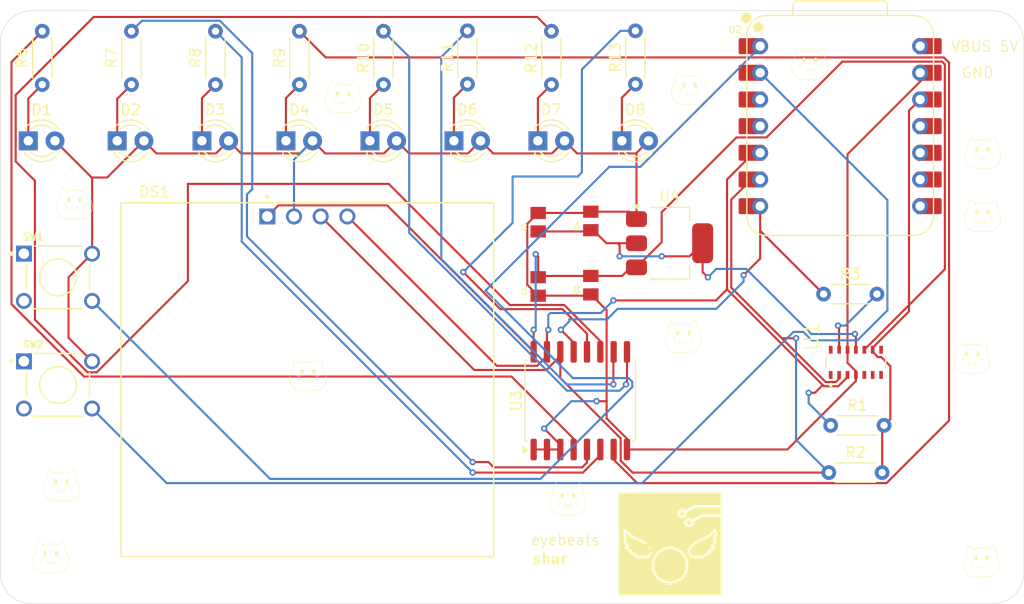
<source format=kicad_pcb>
(kicad_pcb (version 20241229) (generator "pcbnew") (generator_version "9.0")
  (layers (0 "F.Cu" signal) (2 "B.Cu" signal) (13 "F.Paste" user) (15 "B.Paste" user) (5 "F.SilkS" user "F.Silkscreen") (7 "B.SilkS" user "B.Silkscreen") (1 "F.Mask" user) (3 "B.Mask" user) (25 "Edge.Cuts" user))
  (net 0 "")
  (net 1 "3V3")
  (net 2 "GND")
  (net 3 "Net-(U1-VDD)")
  (net 4 "Net-(D1-K)")
  (net 5 "Net-(D2-K)")
  (net 6 "Net-(D3-K)")
  (net 7 "Net-(D4-K)")
  (net 9 "Net-(D5-K)")
  (net 11 "Net-(D6-K)")
  (net 12 "Net-(D7-K)")
  (net 13 "Net-(D8-K)")
  (net 16 "SDA")
  (net 17 "SCL")
  (net 18 "INT")
  (net 21 "Net-(U1-~{INT})")
  (net 22 "LED1")
  (net 23 "LED2")
  (net 24 "LED3")
  (net 25 "LED4")
  (net 26 "LED5")
  (net 27 "LED6")
  (net 28 "LED7")
  (net 29 "LED8")
  (net 31 "SW1")
  (net 35 "SW2")
  (net 36 "Net-(U2-VBUS)")
  (footprint "heartsensor:neocatsmol" (layer "F.Cu") (at 186.5 51.5)
    (property "Reference" "G***" (hide yes))
    (property "Value" "LOGO" (hide yes))
  )
  (footprint "LED_THT:LED_D3.0mm_Clear" (layer "F.Cu") (at 128.21 50.4)
    (property "Reference" "D5" (at 1.27 -2.96 0) (layer "F.SilkS"))
    (property "Value" "LED")
    (pad "1" thru_hole rect (at 0 0) (size 1.8 1.8) (drill 0.9) (layers "*.Cu" "*.Mask") (net 9 "Net-(D5-K)"))
    (pad "2" thru_hole circle (at 2.54 0) (size 1.8 1.8) (drill 0.9) (layers "*.Cu" "*.Mask") (net 2 "GND"))
  )
  (footprint "Resistor_THT:R_Axial_DIN0204_L3.6mm_D1.6mm_P5.08mm_Horizontal" (layer "F.Cu") (at 113.5 45.04 90)
    (property "Reference" "R8" (at 2.54 -1.92 90) (layer "F.SilkS"))
    (property "Value" "180")
    (pad "1" thru_hole circle (at 0 0 90) (size 1.4 1.4) (drill 0.7) (layers "*.Cu" "*.Mask") (net 6 "Net-(D3-K)"))
    (pad "2" thru_hole circle (at 5.08 0 90) (size 1.4 1.4) (drill 0.7) (layers "*.Cu" "*.Mask") (net 24 "LED3"))
  )
  (footprint "LED_THT:LED_D3.0mm_Clear" (layer "F.Cu") (at 112.21 50.4)
    (property "Reference" "D3" (at 1.27 -2.96 0) (layer "F.SilkS"))
    (property "Value" "LED")
    (pad "1" thru_hole rect (at 0 0) (size 1.8 1.8) (drill 0.9) (layers "*.Cu" "*.Mask") (net 6 "Net-(D3-K)"))
    (pad "2" thru_hole circle (at 2.54 0) (size 1.8 1.8) (drill 0.9) (layers "*.Cu" "*.Mask") (net 2 "GND"))
  )
  (footprint "Resistor_THT:R_Axial_DIN0204_L3.6mm_D1.6mm_P5.08mm_Horizontal" (layer "F.Cu") (at 171.92 82)
    (property "Reference" "R2" (at 2.54 -1.92 0) (layer "F.SilkS"))
    (property "Value" "4.7k")
    (pad "1" thru_hole circle (at 0 0) (size 1.4 1.4) (drill 0.7) (layers "*.Cu" "*.Mask") (net 17 "SCL"))
    (pad "2" thru_hole circle (at 5.08 0) (size 1.4 1.4) (drill 0.7) (layers "*.Cu" "*.Mask") (net 1 "3V3"))
  )
  (footprint "footprints:XIAO-RP2040-DIP" (layer "F.Cu") (at 173 49)
    (property "Reference" "U2" (at -10 -9.2 0) (layer "F.SilkS") (effects (font (size 0.635 0.635) (thickness 0.1016))))
    (property "Value" "XIAO-RP2040-DIP" (hide yes))
    (pad "1" smd roundrect (at -8.455 -7.62 180) (size 2.432 1.524) (layers "F.Cu" "F.Mask") (roundrect_rratio 0.1) (net 31 "SW1"))
    (pad "1" thru_hole circle (at -7.62 -7.62 180) (size 1.524 1.524) (drill 0.889) (layers "*.Cu" "*.Mask") (net 31 "SW1"))
    (pad "2" smd roundrect (at -8.455 -5.08 180) (size 2.432 1.524) (layers "F.Cu" "F.Mask") (roundrect_rratio 0.1) (net 35 "SW2"))
    (pad "2" thru_hole circle (at -7.62 -5.08 180) (size 1.524 1.524) (drill 0.889) (layers "*.Cu" "*.Mask") (net 35 "SW2"))
    (pad "3" smd roundrect (at -8.455 -2.54 180) (size 2.432 1.524) (layers "F.Cu" "F.Mask") (roundrect_rratio 0.1))
    (pad "3" thru_hole circle (at -7.62 -2.54 180) (size 1.524 1.524) (drill 0.889) (layers "*.Cu" "*.Mask"))
    (pad "4" smd roundrect (at -8.455 0 180) (size 2.432 1.524) (layers "F.Cu" "F.Mask") (roundrect_rratio 0.1))
    (pad "4" thru_hole circle (at -7.62 0 180) (size 1.524 1.524) (drill 0.889) (layers "*.Cu" "*.Mask"))
    (pad "5" smd roundrect (at -8.455 2.54 180) (size 2.432 1.524) (layers "F.Cu" "F.Mask") (roundrect_rratio 0.1) (net 16 "SDA"))
    (pad "5" thru_hole circle (at -7.62 2.54 180) (size 1.524 1.524) (drill 0.889) (layers "*.Cu" "*.Mask") (net 16 "SDA"))
    (pad "6" smd roundrect (at -8.455 5.08 180) (size 2.432 1.524) (layers "F.Cu" "F.Mask") (roundrect_rratio 0.1) (net 17 "SCL"))
    (pad "6" thru_hole circle (at -7.62 5.08 180) (size 1.524 1.524) (drill 0.889) (layers "*.Cu" "*.Mask") (net 17 "SCL"))
    (pad "7" smd roundrect (at -8.455 7.62 180) (size 2.432 1.524) (layers "F.Cu" "F.Mask") (roundrect_rratio 0.1) (net 18 "INT"))
    (pad "7" thru_hole circle (at -7.62 7.62 180) (size 1.524 1.524) (drill 0.889) (layers "*.Cu" "*.Mask") (net 18 "INT"))
    (pad "8" thru_hole circle (at 7.62 7.62) (size 1.524 1.524) (drill 0.889) (layers "*.Cu" "*.Mask"))
    (pad "8" smd roundrect (at 8.455 7.62) (size 2.432 1.524) (layers "F.Cu" "F.Mask") (roundrect_rratio 0.1))
    (pad "9" thru_hole circle (at 7.62 5.08) (size 1.524 1.524) (drill 0.889) (layers "*.Cu" "*.Mask"))
    (pad "9" smd roundrect (at 8.455 5.08) (size 2.432 1.524) (layers "F.Cu" "F.Mask") (roundrect_rratio 0.1))
    (pad "10" thru_hole circle (at 7.62 2.54) (size 1.524 1.524) (drill 0.889) (layers "*.Cu" "*.Mask"))
    (pad "10" smd roundrect (at 8.455 2.54) (size 2.432 1.524) (layers "F.Cu" "F.Mask") (roundrect_rratio 0.1))
    (pad "11" thru_hole circle (at 7.62 0) (size 1.524 1.524) (drill 0.889) (layers "*.Cu" "*.Mask"))
    (pad "11" smd roundrect (at 8.455 0) (size 2.432 1.524) (layers "F.Cu" "F.Mask") (roundrect_rratio 0.1))
    (pad "12" thru_hole circle (at 7.62 -2.54) (size 1.524 1.524) (drill 0.889) (layers "*.Cu" "*.Mask") (net 1 "3V3"))
    (pad "12" smd roundrect (at 8.455 -2.54) (size 2.432 1.524) (layers "F.Cu" "F.Mask") (roundrect_rratio 0.1) (net 1 "3V3"))
    (pad "13" thru_hole circle (at 7.62 -5.08) (size 1.524 1.524) (drill 0.889) (layers "*.Cu" "*.Mask") (net 2 "GND"))
    (pad "13" smd roundrect (at 8.455 -5.08) (size 2.432 1.524) (layers "F.Cu" "F.Mask") (roundrect_rratio 0.1) (net 2 "GND"))
    (pad "14" thru_hole circle (at 7.62 -7.62) (size 1.524 1.524) (drill 0.889) (layers "*.Cu" "*.Mask") (net 36 "Net-(U2-VBUS)"))
    (pad "14" smd roundrect (at 8.455 -7.62) (size 2.432 1.524) (layers "F.Cu" "F.Mask") (roundrect_rratio 0.1) (net 36 "Net-(U2-VBUS)"))
  )
  (footprint "Resistor_THT:R_Axial_DIN0204_L3.6mm_D1.6mm_P5.08mm_Horizontal" (layer "F.Cu") (at 105.5 45.04 90)
    (property "Reference" "R7" (at 2.54 -1.92 90) (layer "F.SilkS"))
    (property "Value" "180")
    (pad "1" thru_hole circle (at 0 0 90) (size 1.4 1.4) (drill 0.7) (layers "*.Cu" "*.Mask") (net 5 "Net-(D2-K)"))
    (pad "2" thru_hole circle (at 5.08 0 90) (size 1.4 1.4) (drill 0.7) (layers "*.Cu" "*.Mask") (net 23 "LED2"))
  )
  (footprint "heartsensor:LCD_OLED_128X64_1.3_I2C" (layer "F.Cu") (at 122.25 73.15)
    (property "Reference" "DS1" (at -14.575 -17.885 0) (layer "F.SilkS"))
    (property "Value" "OLED_128X64_1.3_I2C")
    (pad "" np_thru_hole circle (at -15.75 -14.85) (size 3 3) (drill 3) (layers "*.Cu" "*.Mask"))
    (pad "" np_thru_hole circle (at -15.75 14.85) (size 3 3) (drill 3) (layers "*.Cu" "*.Mask"))
    (pad "" np_thru_hole circle (at 15.75 -14.85) (size 3 3) (drill 3) (layers "*.Cu" "*.Mask"))
    (pad "" np_thru_hole circle (at 15.75 14.85) (size 3 3) (drill 3) (layers "*.Cu" "*.Mask"))
    (pad "1" thru_hole rect (at -3.81 -15.55) (size 1.508 1.508) (drill 1) (layers "*.Cu" "*.Mask") (net 1 "3V3"))
    (pad "2" thru_hole circle (at -1.27 -15.55) (size 1.508 1.508) (drill 1) (layers "*.Cu" "*.Mask") (net 2 "GND"))
    (pad "3" thru_hole circle (at 1.27 -15.55) (size 1.508 1.508) (drill 1) (layers "*.Cu" "*.Mask") (net 17 "SCL"))
    (pad "4" thru_hole circle (at 3.81 -15.55) (size 1.508 1.508) (drill 1) (layers "*.Cu" "*.Mask") (net 16 "SDA"))
  )
  (footprint "heartsensor:neocatsmol" (layer "F.Cu") (at 97.75 90)
    (property "Reference" "G***" (hide yes))
    (property "Value" "LOGO" (hide yes))
  )
  (footprint "heartsensor:LCD_OLED_128X64_1.3_I2C" (layer "F.Cu") (at 122.25 73.15)
    (property "Reference" "DS1" (at -14.575 -17.885 0) (layer "F.SilkS"))
    (property "Value" "OLED_128X64_1.3_I2C")
    (pad "" np_thru_hole circle (at -15.75 -14.85) (size 3 3) (drill 3) (layers "*.Cu" "*.Mask"))
    (pad "" np_thru_hole circle (at -15.75 14.85) (size 3 3) (drill 3) (layers "*.Cu" "*.Mask"))
    (pad "" np_thru_hole circle (at 15.75 -14.85) (size 3 3) (drill 3) (layers "*.Cu" "*.Mask"))
    (pad "" np_thru_hole circle (at 15.75 14.85) (size 3 3) (drill 3) (layers "*.Cu" "*.Mask"))
    (pad "1" thru_hole rect (at -3.81 -15.55) (size 1.508 1.508) (drill 1) (layers "*.Cu" "*.Mask") (net 1 "3V3"))
    (pad "2" thru_hole circle (at -1.27 -15.55) (size 1.508 1.508) (drill 1) (layers "*.Cu" "*.Mask") (net 2 "GND"))
    (pad "3" thru_hole circle (at 1.27 -15.55) (size 1.508 1.508) (drill 1) (layers "*.Cu" "*.Mask") (net 17 "SCL"))
    (pad "4" thru_hole circle (at 3.81 -15.55) (size 1.508 1.508) (drill 1) (layers "*.Cu" "*.Mask") (net 16 "SDA"))
  )
  (footprint "heartsensor:neocatsmol" (layer "F.Cu") (at 158.6 45.4)
    (property "Reference" "G***" (hide yes))
    (property "Value" "LOGO" (hide yes))
  )
  (footprint "heartsensor:neocatsmol" (layer "F.Cu") (at 186.5 57.5)
    (property "Reference" "G***" (hide yes))
    (property "Value" "LOGO" (hide yes))
  )
  (footprint "heartsensor:CAPC2012X94N" (layer "F.Cu") (at 149.25 64.15 90)
    (property "Reference" "C2" (at -0.46 -1.32 90) (layer "F.SilkS") (effects (font (size 0.393701 0.393701))))
    (property "Value" "0.1uF")
    (pad "1" smd rect (at -0.88 0 90) (size 1.16 1.47) (layers "F.Cu" "F.Mask" "F.Paste") (net 2 "GND"))
    (pad "2" smd rect (at 0.88 0 90) (size 1.16 1.47) (layers "F.Cu" "F.Mask" "F.Paste") (net 1 "3V3"))
  )
  (footprint "heartsensor:neocatsmol" (layer "F.Cu") (at 98.75 83.15)
    (property "Reference" "G***" (hide yes))
    (property "Value" "LOGO" (hide yes))
  )
  (footprint "heartsensor:neocatsmol" (layer "F.Cu") (at 185.5 71)
    (property "Reference" "G***" (hide yes))
    (property "Value" "LOGO" (hide yes))
  )
  (footprint "heartsensor:SW_1825910-6-4" (layer "F.Cu") (at 98.5 63.4)
    (property "Reference" "SW1" (at -2.3627 -3.844398 0) (layer "F.SilkS") (effects (font (size 0.630643 0.630643))))
    (property "Value" "1825910-6")
    (pad "1" thru_hole rect (at -3.25 -2.25) (size 1.498 1.498) (drill 0.99) (layers "*.Cu" "*.Mask"))
    (pad "2" thru_hole circle (at 3.25 -2.25) (size 1.498 1.498) (drill 0.99) (layers "*.Cu" "*.Mask") (net 2 "GND"))
    (pad "3" thru_hole circle (at -3.25 2.25) (size 1.498 1.498) (drill 0.99) (layers "*.Cu" "*.Mask"))
    (pad "4" thru_hole circle (at 3.25 2.25) (size 1.498 1.498) (drill 0.99) (layers "*.Cu" "*.Mask") (net 31 "SW1"))
  )
  (footprint "LED_THT:LED_D3.0mm_Clear" (layer "F.Cu") (at 144.21 50.4)
    (property "Reference" "D7" (at 1.27 -2.96 0) (layer "F.SilkS"))
    (property "Value" "LED")
    (pad "1" thru_hole rect (at 0 0) (size 1.8 1.8) (drill 0.9) (layers "*.Cu" "*.Mask") (net 12 "Net-(D7-K)"))
    (pad "2" thru_hole circle (at 2.54 0) (size 1.8 1.8) (drill 0.9) (layers "*.Cu" "*.Mask") (net 2 "GND"))
  )
  (footprint "heartsensor:neocatsmol" (layer "F.Cu") (at 147 84.5)
    (property "Reference" "G***" (hide yes))
    (property "Value" "LOGO" (hide yes))
  )
  (footprint "Resistor_THT:R_Axial_DIN0204_L3.6mm_D1.6mm_P5.08mm_Horizontal" (layer "F.Cu") (at 153.5 45 90)
    (property "Reference" "R13" (at 2.54 -1.92 90) (layer "F.SilkS"))
    (property "Value" "180")
    (pad "1" thru_hole circle (at 0 0 90) (size 1.4 1.4) (drill 0.7) (layers "*.Cu" "*.Mask") (net 13 "Net-(D8-K)"))
    (pad "2" thru_hole circle (at 5.08 0 90) (size 1.4 1.4) (drill 0.7) (layers "*.Cu" "*.Mask") (net 29 "LED8"))
  )
  (footprint "heartsensor:neocatsmol" (layer "F.Cu") (at 186.4 90.4)
    (property "Reference" "G***" (hide yes))
    (property "Value" "LOGO" (hide yes))
  )
  (footprint "Resistor_THT:R_Axial_DIN0204_L3.6mm_D1.6mm_P5.08mm_Horizontal" (layer "F.Cu") (at 129.5 45.04 90)
    (property "Reference" "R10" (at 2.54 -1.92 90) (layer "F.SilkS"))
    (property "Value" "180")
    (pad "1" thru_hole circle (at 0 0 90) (size 1.4 1.4) (drill 0.7) (layers "*.Cu" "*.Mask") (net 9 "Net-(D5-K)"))
    (pad "2" thru_hole circle (at 5.08 0 90) (size 1.4 1.4) (drill 0.7) (layers "*.Cu" "*.Mask") (net 26 "LED5"))
  )
  (footprint "heartsensor:hermes logo" (layer "F.Cu") (at 156.8 88.8)
    (property "Reference" "G***" (at 0 0 0) (layer "F.SilkS") (effects (font (size 1.5 1.5) (thickness 0.3))))
    (property "Value" "LOGO" (hide yes))
  )
  (footprint "heartsensor:SW_1825910-6-4" (layer "F.Cu") (at 98.5 63.4)
    (property "Reference" "SW1" (at -2.3627 -3.844398 0) (layer "F.SilkS") (effects (font (size 0.630643 0.630643))))
    (property "Value" "1825910-6")
    (pad "1" thru_hole rect (at -3.25 -2.25) (size 1.498 1.498) (drill 0.99) (layers "*.Cu" "*.Mask"))
    (pad "2" thru_hole circle (at 3.25 -2.25) (size 1.498 1.498) (drill 0.99) (layers "*.Cu" "*.Mask") (net 2 "GND"))
    (pad "3" thru_hole circle (at -3.25 2.25) (size 1.498 1.498) (drill 0.99) (layers "*.Cu" "*.Mask"))
    (pad "4" thru_hole circle (at 3.25 2.25) (size 1.498 1.498) (drill 0.99) (layers "*.Cu" "*.Mask") (net 31 "SW1"))
  )
  (footprint "LED_THT:LED_D3.0mm_Clear" (layer "F.Cu") (at 152.21 50.4)
    (property "Reference" "D8" (at 1.27 -2.96 0) (layer "F.SilkS"))
    (property "Value" "LED")
    (pad "1" thru_hole rect (at 0 0) (size 1.8 1.8) (drill 0.9) (layers "*.Cu" "*.Mask") (net 13 "Net-(D8-K)"))
    (pad "2" thru_hole circle (at 2.54 0) (size 1.8 1.8) (drill 0.9) (layers "*.Cu" "*.Mask") (net 2 "GND"))
  )
  (footprint "Resistor_THT:R_Axial_DIN0204_L3.6mm_D1.6mm_P5.08mm_Horizontal" (layer "F.Cu") (at 121.5 45.04 90)
    (property "Reference" "R9" (at 2.54 -1.92 90) (layer "F.SilkS"))
    (property "Value" "180")
    (pad "1" thru_hole circle (at 0 0 90) (size 1.4 1.4) (drill 0.7) (layers "*.Cu" "*.Mask") (net 7 "Net-(D4-K)"))
    (pad "2" thru_hole circle (at 5.08 0 90) (size 1.4 1.4) (drill 0.7) (layers "*.Cu" "*.Mask") (net 25 "LED4"))
  )
  (footprint "Resistor_THT:R_Axial_DIN0204_L3.6mm_D1.6mm_P5.08mm_Horizontal" (layer "F.Cu") (at 97 45.04 90)
    (property "Reference" "R6" (at 2.54 -1.92 90) (layer "F.SilkS"))
    (property "Value" "180")
    (pad "1" thru_hole circle (at 0 0 90) (size 1.4 1.4) (drill 0.7) (layers "*.Cu" "*.Mask") (net 4 "Net-(D1-K)"))
    (pad "2" thru_hole circle (at 5.08 0 90) (size 1.4 1.4) (drill 0.7) (layers "*.Cu" "*.Mask") (net 22 "LED1"))
  )
  (footprint "heartsensor:CAPC2012X94N" (layer "F.Cu") (at 149.25 58.03 90)
    (property "Reference" "C4" (at -0.46 -1.32 90) (layer "F.SilkS") (effects (font (size 0.393701 0.393701))))
    (property "Value" "0.1uF")
    (pad "1" smd rect (at -0.88 0 90) (size 1.16 1.47) (layers "F.Cu" "F.Mask" "F.Paste") (net 3 "Net-(U1-VDD)"))
    (pad "2" smd rect (at 0.88 0 90) (size 1.16 1.47) (layers "F.Cu" "F.Mask" "F.Paste") (net 2 "GND"))
  )
  (footprint "LED_THT:LED_D3.0mm_Clear" (layer "F.Cu") (at 136.21 50.4)
    (property "Reference" "D6" (at 1.27 -2.96 0) (layer "F.SilkS"))
    (property "Value" "LED")
    (pad "1" thru_hole rect (at 0 0) (size 1.8 1.8) (drill 0.9) (layers "*.Cu" "*.Mask") (net 11 "Net-(D6-K)"))
    (pad "2" thru_hole circle (at 2.54 0) (size 1.8 1.8) (drill 0.9) (layers "*.Cu" "*.Mask") (net 2 "GND"))
  )
  (footprint "heartsensor:SW_1825910-6-4" (layer "F.Cu") (at 98.5 73.65)
    (property "Reference" "SW2" (at -2.3627 -3.844398 0) (layer "F.SilkS") (effects (font (size 0.630643 0.630643))))
    (property "Value" "1825910-6")
    (pad "1" thru_hole rect (at -3.25 -2.25) (size 1.498 1.498) (drill 0.99) (layers "*.Cu" "*.Mask"))
    (pad "2" thru_hole circle (at 3.25 -2.25) (size 1.498 1.498) (drill 0.99) (layers "*.Cu" "*.Mask") (net 2 "GND"))
    (pad "3" thru_hole circle (at -3.25 2.25) (size 1.498 1.498) (drill 0.99) (layers "*.Cu" "*.Mask"))
    (pad "4" thru_hole circle (at 3.25 2.25) (size 1.498 1.498) (drill 0.99) (layers "*.Cu" "*.Mask") (net 35 "SW2"))
  )
  (footprint "heartsensor:XDCR_MAX30101EFD_" (layer "F.Cu") (at 174.5 71.5 90)
    (property "Reference" "U1" (at 2.475 -4.199 90) (layer "F.SilkS") (effects (font (size 1.4 1.4))))
    (property "Value" "MAX30102EFD_T")
    (pad "1" smd rect (at -1.2 -2.4 90) (size 0.75 0.35) (layers "F.Cu" "F.Mask" "F.Paste"))
    (pad "2" smd rect (at -1.2 -1.6 90) (size 0.75 0.35) (layers "F.Cu" "F.Mask" "F.Paste") (net 17 "SCL"))
    (pad "3" smd rect (at -1.2 -0.8 90) (size 0.75 0.35) (layers "F.Cu" "F.Mask" "F.Paste") (net 16 "SDA"))
    (pad "4" smd rect (at -1.2 0 90) (size 0.75 0.35) (layers "F.Cu" "F.Mask" "F.Paste") (net 2 "GND"))
    (pad "5" smd rect (at -1.2 0.8 90) (size 0.75 0.35) (layers "F.Cu" "F.Mask" "F.Paste"))
    (pad "6" smd rect (at -1.2 1.6 90) (size 0.75 0.35) (layers "F.Cu" "F.Mask" "F.Paste"))
    (pad "7" smd rect (at -1.2 2.4 90) (size 0.75 0.35) (layers "F.Cu" "F.Mask" "F.Paste"))
    (pad "8" smd rect (at 1.2 2.4 90) (size 0.75 0.35) (layers "F.Cu" "F.Mask" "F.Paste"))
    (pad "9" smd rect (at 1.2 1.6 90) (size 0.75 0.35) (layers "F.Cu" "F.Mask" "F.Paste") (net 1 "3V3"))
    (pad "10" smd rect (at 1.2 0.8 90) (size 0.75 0.35) (layers "F.Cu" "F.Mask" "F.Paste") (net 1 "3V3"))
    (pad "11" smd rect (at 1.2 0 90) (size 0.75 0.35) (layers "F.Cu" "F.Mask" "F.Paste") (net 3 "Net-(U1-VDD)"))
    (pad "12" smd rect (at 1.2 -0.8 90) (size 0.75 0.35) (layers "F.Cu" "F.Mask" "F.Paste") (net 2 "GND"))
    (pad "13" smd rect (at 1.2 -1.6 90) (size 0.75 0.35) (layers "F.Cu" "F.Mask" "F.Paste") (net 21 "Net-(U1-~{INT})"))
    (pad "14" smd rect (at 1.2 -2.4 90) (size 0.75 0.35) (layers "F.Cu" "F.Mask" "F.Paste"))
  )
  (footprint "Package_SO:SOIC-16W_7.5x10.3mm_P1.27mm" (layer "F.Cu") (at 148.25 75.15 90)
    (property "Reference" "U3" (at 0 -6.1 90) (layer "F.SilkS"))
    (property "Value" "PCF8574T")
    (pad "1" smd roundrect (at -4.65 -4.445 90) (size 2.05 0.6) (layers "F.Cu" "F.Mask" "F.Paste") (net 2 "GND"))
    (pad "2" smd roundrect (at -4.65 -3.175 90) (size 2.05 0.6) (layers "F.Cu" "F.Mask" "F.Paste") (net 2 "GND"))
    (pad "3" smd roundrect (at -4.65 -1.905 90) (size 2.05 0.6) (layers "F.Cu" "F.Mask" "F.Paste") (net 2 "GND"))
    (pad "4" smd roundrect (at -4.65 -0.635 90) (size 2.05 0.6) (layers "F.Cu" "F.Mask" "F.Paste") (net 22 "LED1"))
    (pad "5" smd roundrect (at -4.65 0.635 90) (size 2.05 0.6) (layers "F.Cu" "F.Mask" "F.Paste") (net 23 "LED2"))
    (pad "6" smd roundrect (at -4.65 1.905 90) (size 2.05 0.6) (layers "F.Cu" "F.Mask" "F.Paste") (net 24 "LED3"))
    (pad "7" smd roundrect (at -4.65 3.175 90) (size 2.05 0.6) (layers "F.Cu" "F.Mask" "F.Paste") (net 25 "LED4"))
    (pad "8" smd roundrect (at -4.65 4.445 90) (size 2.05 0.6) (layers "F.Cu" "F.Mask" "F.Paste") (net 2 "GND"))
    (pad "9" smd roundrect (at 4.65 4.445 90) (size 2.05 0.6) (layers "F.Cu" "F.Mask" "F.Paste") (net 26 "LED5"))
    (pad "10" smd roundrect (at 4.65 3.175 90) (size 2.05 0.6) (layers "F.Cu" "F.Mask" "F.Paste") (net 27 "LED6"))
    (pad "11" smd roundrect (at 4.65 1.905 90) (size 2.05 0.6) (layers "F.Cu" "F.Mask" "F.Paste") (net 28 "LED7"))
    (pad "12" smd roundrect (at 4.65 0.635 90) (size 2.05 0.6) (layers "F.Cu" "F.Mask" "F.Paste") (net 29 "LED8"))
    (pad "13" smd roundrect (at 4.65 -0.635 90) (size 2.05 0.6) (layers "F.Cu" "F.Mask" "F.Paste") (net 18 "INT"))
    (pad "14" smd roundrect (at 4.65 -1.905 90) (size 2.05 0.6) (layers "F.Cu" "F.Mask" "F.Paste") (net 17 "SCL"))
    (pad "15" smd roundrect (at 4.65 -3.175 90) (size 2.05 0.6) (layers "F.Cu" "F.Mask" "F.Paste") (net 16 "SDA"))
    (pad "16" smd roundrect (at 4.65 -4.445 90) (size 2.05 0.6) (layers "F.Cu" "F.Mask" "F.Paste") (net 1 "3V3"))
  )
  (footprint "LED_THT:LED_D3.0mm_Clear" (layer "F.Cu") (at 104.14 50.4)
    (property "Reference" "D2" (at 1.27 -2.96 0) (layer "F.SilkS"))
    (property "Value" "LED")
    (pad "1" thru_hole rect (at 0 0) (size 1.8 1.8) (drill 0.9) (layers "*.Cu" "*.Mask") (net 5 "Net-(D2-K)"))
    (pad "2" thru_hole circle (at 2.54 0) (size 1.8 1.8) (drill 0.9) (layers "*.Cu" "*.Mask") (net 2 "GND"))
  )
  (footprint "heartsensor:CAPC2012X94N" (layer "F.Cu") (at 144.234 58.15 90)
    (property "Reference" "C3" (at -0.46 -1.32 90) (layer "F.SilkS") (effects (font (size 0.393701 0.393701))))
    (property "Value" "4.7uF")
    (pad "1" smd rect (at -0.88 0 90) (size 1.16 1.47) (layers "F.Cu" "F.Mask" "F.Paste") (net 3 "Net-(U1-VDD)"))
    (pad "2" smd rect (at 0.88 0 90) (size 1.16 1.47) (layers "F.Cu" "F.Mask" "F.Paste") (net 2 "GND"))
  )
  (footprint "heartsensor:neocatsmol" (layer "F.Cu") (at 170.04 43)
    (property "Reference" "G***" (hide yes))
    (property "Value" "LOGO" (hide yes))
  )
  (footprint "Resistor_THT:R_Axial_DIN0204_L3.6mm_D1.6mm_P5.08mm_Horizontal" (layer "F.Cu") (at 172.1 77.5)
    (property "Reference" "R1" (at 2.54 -1.92 0) (layer "F.SilkS"))
    (property "Value" "4.7k" (hide yes))
    (pad "1" thru_hole circle (at 0 0) (size 1.4 1.4) (drill 0.7) (layers "*.Cu" "*.Mask") (net 16 "SDA"))
    (pad "2" thru_hole circle (at 5.08 0) (size 1.4 1.4) (drill 0.7) (layers "*.Cu" "*.Mask") (net 1 "3V3"))
  )
  (footprint "heartsensor:neocatsmol" (layer "F.Cu") (at 122.25 72.65)
    (property "Reference" "G***" (hide yes))
    (property "Value" "LOGO" (hide yes))
  )
  (footprint "Package_TO_SOT_SMD:SOT-223-3_TabPin2" (layer "F.Cu") (at 156.75 60.15)
    (property "Reference" "U4" (at 0 -4.5 0) (layer "F.SilkS"))
    (property "Value" "AMS1117-1.8")
    (pad "1" smd roundrect (at -3.15 -2.3) (size 2 1.5) (layers "F.Cu" "F.Mask" "F.Paste") (net 2 "GND"))
    (pad "2" smd roundrect (at -3.15 0) (size 2 1.5) (layers "F.Cu" "F.Mask" "F.Paste") (net 3 "Net-(U1-VDD)"))
    (pad "2" smd roundrect (at 3.15 0) (size 2 3.8) (layers "F.Cu" "F.Mask" "F.Paste") (net 3 "Net-(U1-VDD)"))
    (pad "3" smd roundrect (at -3.15 2.3) (size 2 1.5) (layers "F.Cu" "F.Mask" "F.Paste") (net 1 "3V3"))
  )
  (footprint "LED_THT:LED_D3.0mm_Clear" (layer "F.Cu") (at 120.21 50.4)
    (property "Reference" "D4" (at 1.27 -2.96 0) (layer "F.SilkS"))
    (property "Value" "LED")
    (pad "1" thru_hole rect (at 0 0) (size 1.8 1.8) (drill 0.9) (layers "*.Cu" "*.Mask") (net 7 "Net-(D4-K)"))
    (pad "2" thru_hole circle (at 2.54 0) (size 1.8 1.8) (drill 0.9) (layers "*.Cu" "*.Mask") (net 2 "GND"))
  )
  (footprint "heartsensor:SW_1825910-6-4" (layer "F.Cu") (at 98.5 73.65)
    (property "Reference" "SW2" (at -2.3627 -3.844398 0) (layer "F.SilkS") (effects (font (size 0.630643 0.630643))))
    (property "Value" "1825910-6")
    (pad "1" thru_hole rect (at -3.25 -2.25) (size 1.498 1.498) (drill 0.99) (layers "*.Cu" "*.Mask"))
    (pad "2" thru_hole circle (at 3.25 -2.25) (size 1.498 1.498) (drill 0.99) (layers "*.Cu" "*.Mask") (net 2 "GND"))
    (pad "3" thru_hole circle (at -3.25 2.25) (size 1.498 1.498) (drill 0.99) (layers "*.Cu" "*.Mask"))
    (pad "4" thru_hole circle (at 3.25 2.25) (size 1.498 1.498) (drill 0.99) (layers "*.Cu" "*.Mask") (net 35 "SW2"))
  )
  (footprint "heartsensor:CAPC2012X94N" (layer "F.Cu") (at 144.234 64.27 90)
    (property "Reference" "C1" (at -0.46 -1.32 90) (layer "F.SilkS") (effects (font (size 0.393701 0.393701))))
    (property "Value" "10uF")
    (pad "1" smd rect (at -0.88 0 90) (size 1.16 1.47) (layers "F.Cu" "F.Mask" "F.Paste") (net 2 "GND"))
    (pad "2" smd rect (at 0.88 0 90) (size 1.16 1.47) (layers "F.Cu" "F.Mask" "F.Paste") (net 1 "3V3"))
  )
  (footprint "heartsensor:neocatsmol" (layer "F.Cu") (at 100 56.3)
    (property "Reference" "G***" (hide yes))
    (property "Value" "LOGO" (hide yes))
  )
  (footprint "Resistor_THT:R_Axial_DIN0204_L3.6mm_D1.6mm_P5.08mm_Horizontal" (layer "F.Cu") (at 145.5 45.04 90)
    (property "Reference" "R12" (at 2.54 -1.92 90) (layer "F.SilkS"))
    (property "Value" "180")
    (pad "1" thru_hole circle (at 0 0 90) (size 1.4 1.4) (drill 0.7) (layers "*.Cu" "*.Mask") (net 12 "Net-(D7-K)"))
    (pad "2" thru_hole circle (at 5.08 0 90) (size 1.4 1.4) (drill 0.7) (layers "*.Cu" "*.Mask") (net 28 "LED7"))
  )
  (footprint "Resistor_THT:R_Axial_DIN0204_L3.6mm_D1.6mm_P5.08mm_Horizontal" (layer "F.Cu") (at 137.5 45 90)
    (property "Reference" "R11" (at 2.54 -1.92 90) (layer "F.SilkS"))
    (property "Value" "180")
    (pad "1" thru_hole circle (at 0 0 90) (size 1.4 1.4) (drill 0.7) (layers "*.Cu" "*.Mask") (net 11 "Net-(D6-K)"))
    (pad "2" thru_hole circle (at 5.08 0 90) (size 1.4 1.4) (drill 0.7) (layers "*.Cu" "*.Mask") (net 27 "LED6"))
  )
  (footprint "heartsensor:neocatsmol" (layer "F.Cu") (at 125.6 46.2)
    (property "Reference" "G***" (hide yes))
    (property "Value" "LOGO" (hide yes))
  )
  (footprint "Resistor_THT:R_Axial_DIN0204_L3.6mm_D1.6mm_P5.08mm_Horizontal" (layer "F.Cu") (at 171.42 65)
    (property "Reference" "R3" (at 2.54 -1.92 0) (layer "F.SilkS"))
    (property "Value" "4.7k")
    (pad "1" thru_hole circle (at 0 0) (size 1.4 1.4) (drill 0.7) (layers "*.Cu" "*.Mask") (net 18 "INT"))
    (pad "2" thru_hole circle (at 5.08 0) (size 1.4 1.4) (drill 0.7) (layers "*.Cu" "*.Mask") (net 21 "Net-(U1-~{INT})"))
  )
  (footprint "LED_THT:LED_D3.0mm_Clear" (layer "F.Cu") (at 95.67 50.4)
    (property "Reference" "D1" (at 1.27 -2.96 0) (layer "F.SilkS"))
    (property "Value" "LED")
    (pad "1" thru_hole rect (at 0 0) (size 1.8 1.8) (drill 0.9) (layers "*.Cu" "*.Mask") (net 4 "Net-(D1-K)"))
    (pad "2" thru_hole circle (at 2.54 0) (size 1.8 1.8) (drill 0.9) (layers "*.Cu" "*.Mask") (net 2 "GND"))
  )
  (footprint "heartsensor:neocatsmol" (layer "F.Cu") (at 158 69)
    (property "Reference" "G***" (hide yes))
    (property "Value" "LOGO" (hide yes))
  )
  (gr_arc (start 96 94.5) (mid 93.87868 93.62132) (end 93 91.5) (stroke (width 0.05)) (layer "Edge.Cuts"))
  (gr_arc (start 190.5 91.5) (mid 189.62132 93.62132) (end 187.5 94.5) (stroke (width 0.05)) (layer "Edge.Cuts"))
  (gr_line (start 93 91.5) (end 93 41) (stroke (width 0.05)) (layer "Edge.Cuts"))
  (gr_arc (start 187.5 38) (mid 189.62132 38.87868) (end 190.5 41) (stroke (width 0.05)) (layer "Edge.Cuts"))
  (gr_arc (start 93 41) (mid 93.87868 38.87868) (end 96 38) (stroke (width 0.05)) (layer "Edge.Cuts"))
  (gr_line (start 187.5 94.5) (end 96 94.5) (stroke (width 0.05)) (layer "Edge.Cuts"))
  (gr_line (start 96 38) (end 187.5 38) (stroke (width 0.05)) (layer "Edge.Cuts"))
  (gr_line (start 190.5 41) (end 190.5 91.5) (stroke (width 0.05)) (layer "Edge.Cuts"))
  (gr_text "GND" (at 184.5 44.5 0) (layer "F.SilkS") (effects (font (size 1 1) (thickness 0.1)) (justify left bottom)))
  (gr_text "shar" (at 143.6 90.8 0) (layer "F.SilkS") (effects (font (size 1 1) (thickness 0.2) (bold yes)) (justify left bottom)))
  (gr_text "VBUS 5V" (at 183.5 42 0) (layer "F.SilkS") (effects (font (size 1 1) (thickness 0.1)) (justify left bottom)))
  (gr_text "eyebeats" (at 143.5 89 0) (layer "F.SilkS") (effects (font (size 1 1) (thickness 0.1)) (justify left bottom)))
  (segment (start 176.1 70.5) (end 176.1 70.3) (width 0.2) (layer "F.Cu") (net 1))
  (segment (start 149.25 63.27) (end 144.354 63.27) (width 0.2) (layer "F.Cu") (net 1))
  (segment (start 144.234 61.434) (end 144.234 63.39) (width 0.2) (layer "F.Cu") (net 1))
  (segment (start 176.9191 71) (end 176.6 71) (width 0.2) (layer "F.Cu") (net 1))
  (segment (start 144.354 63.27) (end 144.234 63.39) (width 0.2) (layer "F.Cu") (net 1))
  (segment (start 153.05 62.45) (end 152.23 63.27) (width 0.2) (layer "F.Cu") (net 1))
  (segment (start 165.98641 50.076) (end 163.123274 50.076) (width 0.2) (layer "F.Cu") (net 1))
  (segment (start 129.85 56.545) (end 119.495 56.545) (width 0.2) (layer "F.Cu") (net 1))
  (segment (start 176.1 70.3) (end 176.1 70.1) (width 0.2) (layer "F.Cu") (net 1))
  (segment (start 143.805 70.5) (end 129.85 56.545) (width 0.2) (layer "F.Cu") (net 1))
  (segment (start 144 61.2) (end 144.234 61.434) (width 0.2) (layer "F.Cu") (net 1))
  (segment (start 163.123274 50.076) (end 156 57.199274) (width 0.2) (layer "F.Cu") (net 1))
  (segment (start 177 77.68) (end 177.18 77.5) (width 0.2) (layer "F.Cu") (net 1))
  (segment (start 182.710626 42.857) (end 173.20541 42.857) (width 0.2) (layer "F.Cu") (net 1))
  (segment (start 177.777 71.8579) (end 176.9191 71) (width 0.2) (layer "F.Cu") (net 1))
  (segment (start 143.805 70.5) (end 143.805 68.405) (width 0.2) (layer "F.Cu") (net 1))
  (segment (start 179.557 66.643) (end 179.557 47.523) (width 0.2) (layer "F.Cu") (net 1))
  (segment (start 152.23 63.27) (end 149.25 63.27) (width 0.2) (layer "F.Cu") (net 1))
  (segment (start 176.6 71) (end 176.1 70.5) (width 0.2) (layer "F.Cu") (net 1))
  (segment (start 179.557 47.523) (end 180.62 46.46) (width 0.2) (layer "F.Cu") (net 1))
  (segment (start 173.20541 42.857) (end 165.98641 50.076) (width 0.2) (layer "F.Cu") (net 1))
  (segment (start 182.972 43.118374) (end 182.710626 42.857) (width 0.2) (layer "F.Cu") (net 1))
  (segment (start 143.805 68.405) (end 143.8 68.4) (width 0.2) (layer "F.Cu") (net 1))
  (segment (start 177.18 77.5) (end 177.777 76.903) (width 0.2) (layer "F.Cu") (net 1))
  (segment (start 153.6 62.45) (end 153.05 62.45) (width 0.2) (layer "F.Cu") (net 1))
  (segment (start 175.3 70.3) (end 182.972 62.628) (width 0.2) (layer "F.Cu") (net 1))
  (segment (start 156 60.05) (end 153.6 62.45) (width 0.2) (layer "F.Cu") (net 1))
  (segment (start 177.777 76.903) (end 177.777 71.8579) (width 0.2) (layer "F.Cu") (net 1))
  (segment (start 177 82) (end 177 77.68) (width 0.2) (layer "F.Cu") (net 1))
  (segment (start 156 57.199274) (end 156 60.05) (width 0.2) (layer "F.Cu") (net 1))
  (segment (start 182.972 62.628) (end 182.972 43.118374) (width 0.2) (layer "F.Cu") (net 1))
  (segment (start 176.1 70.1) (end 179.557 66.643) (width 0.2) (layer "F.Cu") (net 1))
  (segment (start 119.495 56.545) (end 118.44 57.6) (width 0.2) (layer "F.Cu") (net 1))
  (via (at 143.8 68.4) (size 0.6) (drill 0.3) (layers "F.Cu" "B.Cu") (net 1))
  (via (at 144 61.2) (size 0.6) (drill 0.3) (layers "F.Cu" "B.Cu") (net 1))
  (segment (start 143.8 68.4) (end 144 68.2) (width 0.2) (layer "B.Cu") (net 1))
  (segment (start 144 68.2) (end 144 61.2) (width 0.2) (layer "B.Cu") (net 1))
  (segment (start 167.975 79.8) (end 174.5 73.275) (width 0.2) (layer "F.Cu") (net 2))
  (segment (start 144.234 57.27) (end 143.198 58.306) (width 0.2) (layer "F.Cu") (net 2))
  (segment (start 101.75 61.15) (end 99.5 63.4) (width 0.2) (layer "F.Cu") (net 2))
  (segment (start 137.549 51.601) (end 138.75 50.4) (width 0.2) (layer "F.Cu") (net 2))
  (segment (start 146.345 79.8) (end 146.345 79.345) (width 0.2) (layer "F.Cu") (net 2))
  (segment (start 149.13 57.27) (end 149.25 57.15) (width 0.2) (layer "F.Cu") (net 2))
  (segment (start 150.756 66.536) (end 150.756 75.2) (width 0.2) (layer "F.Cu") (net 2))
  (segment (start 101.705 53.895) (end 98.21 50.4) (width 0.2) (layer "F.Cu") (net 2))
  (segment (start 146.345 79.345) (end 144.8 77.8) (width 0.2) (layer "F.Cu") (net 2))
  (segment (start 143.198 58.306) (end 143.198 64.114) (width 0.2) (layer "F.Cu") (net 2))
  (segment (start 153.6 57.85) (end 153.6 51.652) (width 0.2) (layer "F.Cu") (net 2))
  (segment (start 130.75 50.4) (end 131.951 51.601) (width 0.2) (layer "F.Cu") (net 2))
  (segment (start 144.234 57.27) (end 149.13 57.27) (width 0.2) (layer "F.Cu") (net 2))
  (segment (start 173.7 51.675) (end 181.455 43.92) (width 0.2) (layer "F.Cu") (net 2))
  (segment (start 145.549 51.601) (end 146.75 50.4) (width 0.2) (layer "F.Cu") (net 2))
  (segment (start 149.13 65.15) (end 149.25 65.03) (width 0.2) (layer "F.Cu") (net 2))
  (segment (start 147.951 51.601) (end 153.549 51.601) (width 0.2) (layer "F.Cu") (net 2))
  (segment (start 121.55 51.6) (end 122.75 50.4) (width 0.2) (layer "F.Cu") (net 2))
  (segment (start 150.756 76.836001) (end 152.695 78.775001) (width 0.2) (layer "F.Cu") (net 2))
  (segment (start 153.549 51.601) (end 154.75 50.4) (width 0.2) (layer "F.Cu") (net 2))
  (segment (start 152.9 57.15) (end 153.6 57.85) (width 0.2) (layer "F.Cu") (net 2))
  (segment (start 144.234 65.15) (end 149.13 65.15) (width 0.2) (layer "F.Cu") (net 2))
  (segment (start 173.7 71) (end 173.7 51.675) (width 0.2) (layer "F.Cu") (net 2))
  (segment (start 101.75 61.15) (end 101.75 53.94) (width 0.2) (layer "F.Cu") (net 2))
  (segment (start 173.7 71.548) (end 173.7 71) (width 0.2) (layer "F.Cu") (net 2))
  (segment (start 101.75 53.94) (end 101.705 53.895) (width 0.2) (layer "F.Cu") (net 2))
  (segment (start 152.695 79.8) (end 167.975 79.8) (width 0.2) (layer "F.Cu") (net 2))
  (segment (start 149.8 75.2) (end 150.756 75.2) (width 0.2) (layer "F.Cu") (net 2))
  (segment (start 145.075 79.8) (end 146.345 79.8) (width 0.2) (layer "F.Cu") (net 2))
  (segment (start 114.75 50.4) (end 115.95 51.6) (width 0.2) (layer "F.Cu") (net 2))
  (segment (start 122.75 50.4) (end 123.951 51.601) (width 0.2) (layer "F.Cu") (net 2))
  (segment (start 173.7 71) (end 173.7 70.3) (width 0.2) (layer "F.Cu") (net 2))
  (segment (start 143.198 64.114) (end 144.234 65.15) (width 0.2) (layer "F.Cu") (net 2))
  (segment (start 149.25 65.03) (end 150.756 66.536) (width 0.2) (layer "F.Cu") (net 2))
  (segment (start 123.951 51.601) (end 129.549 51.601) (width 0.2) (layer "F.Cu") (net 2))
  (segment (start 139.951 51.601) (end 145.549 51.601) (width 0.2) (layer "F.Cu") (net 2))
  (segment (start 146.75 50.4) (end 147.951 51.601) (width 0.2) (layer "F.Cu") (net 2))
  (segment (start 101.705 53.895) (end 103.185 53.895) (width 0.2) (layer "F.Cu") (net 2))
  (segment (start 99.5 63.4) (end 99.5 69.15) (width 0.2) (layer "F.Cu") (net 2))
  (segment (start 150.756 75.2) (end 150.756 76.836001) (width 0.2) (layer "F.Cu") (net 2))
  (segment (start 113.549 51.601) (end 114.75 50.4) (width 0.2) (layer "F.Cu") (net 2))
  (segment (start 131.951 51.601) (end 137.549 51.601) (width 0.2) (layer "F.Cu") (net 2))
  (segment (start 153.6 51.652) (end 153.549 51.601) (width 0.2) (layer "F.Cu") (net 2))
  (segment (start 143.805 79.8) (end 145.075 79.8) (width 0.2) (layer "F.Cu") (net 2))
  (segment (start 129.549 51.601) (end 130.75 50.4) (width 0.2) (layer "F.Cu") (net 2))
  (segment (start 174.5 72.7) (end 174.5 72.348) (width 0.2) (layer "F.Cu") (net 2))
  (segment (start 103.185 53.895) (end 106.68 50.4) (width 0.2) (layer "F.Cu") (net 2))
  (segment (start 174.5 72.348) (end 173.7 71.548) (width 0.2) (layer "F.Cu") (net 2))
  (segment (start 115.95 51.6) (end 121.55 51.6) (width 0.2) (layer "F.Cu") (net 2))
  (segment (start 106.68 50.4) (end 107.881 51.601) (width 0.2) (layer "F.Cu") (net 2))
  (segment (start 107.881 51.601) (end 113.549 51.601) (width 0.2) (layer "F.Cu") (net 2))
  (segment (start 152.695 78.775001) (end 152.695 79.8) (width 0.2) (layer "F.Cu") (net 2))
  (segment (start 99.5 69.15) (end 101.75 71.4) (width 0.2) (layer "F.Cu") (net 2))
  (segment (start 138.75 50.4) (end 139.951 51.601) (width 0.2) (layer "F.Cu") (net 2))
  (segment (start 174.5 73.275) (end 174.5 72.7) (width 0.2) (layer "F.Cu") (net 2))
  (segment (start 149.25 57.15) (end 152.9 57.15) (width 0.2) (layer "F.Cu") (net 2))
  (via (at 144.8 77.8) (size 0.6) (drill 0.3) (layers "F.Cu" "B.Cu") (net 2))
  (via (at 149.8 75.2) (size 0.6) (drill 0.3) (layers "F.Cu" "B.Cu") (net 2))
  (segment (start 147.4 75.2) (end 149.8 75.2) (width 0.2) (layer "B.Cu") (net 2))
  (segment (start 120.98 57.6) (end 120.98 52.17) (width 0.2) (layer "B.Cu") (net 2))
  (segment (start 144.8 77.8) (end 147.4 75.2) (width 0.2) (layer "B.Cu") (net 2))
  (segment (start 120.98 57.6) (end 121 57.6) (width 0.2) (layer "B.Cu") (net 2))
  (segment (start 120.98 52.17) (end 122.75 50.4) (width 0.2) (layer "B.Cu") (net 2))
  (segment (start 158.65 61.4) (end 156 61.4) (width 0.2) (layer "F.Cu") (net 3))
  (segment (start 159.9 62.9) (end 159.9 60.15) (width 0.2) (layer "F.Cu") (net 3))
  (segment (start 149.49 58.91) (end 150.73 60.15) (width 0.2) (layer "F.Cu") (net 3))
  (segment (start 174.5 70.3) (end 174.5 68.9) (width 0.2) (layer "F.Cu") (net 3))
  (segment (start 152 61.4) (end 152 60.35) (width 0.2) (layer "F.Cu") (net 3))
  (segment (start 159.9 60.15) (end 158.65 61.4) (width 0.2) (layer "F.Cu") (net 3))
  (segment (start 151.8 60.15) (end 153.6 60.15) (width 0.2) (layer "F.Cu") (net 3))
  (segment (start 152 60.35) (end 151.8 60.15) (width 0.2) (layer "F.Cu") (net 3))
  (segment (start 150.73 60.15) (end 151.8 60.15) (width 0.2) (layer "F.Cu") (net 3))
  (segment (start 160.4 63.4) (end 159.9 62.9) (width 0.2) (layer "F.Cu") (net 3))
  (segment (start 144.234 59.03) (end 149.13 59.03) (width 0.2) (layer "F.Cu") (net 3))
  (segment (start 149.13 59.03) (end 149.25 58.91) (width 0.2) (layer "F.Cu") (net 3))
  (segment (start 149.25 58.91) (end 149.49 58.91) (width 0.2) (layer "F.Cu") (net 3))
  (segment (start 174.5 68.9) (end 174.4 68.8) (width 0.2) (layer "F.Cu") (net 3))
  (via (at 174.4 68.8) (size 0.6) (drill 0.3) (layers "F.Cu" "B.Cu") (net 3))
  (via (at 152 61.4) (size 0.6) (drill 0.3) (layers "F.Cu" "B.Cu") (net 3))
  (via (at 156 61.4) (size 0.6) (drill 0.3) (layers "F.Cu" "B.Cu") (net 3))
  (via (at 160.4 63.4) (size 0.6) (drill 0.3) (layers "F.Cu" "B.Cu") (net 3))
  (segment (start 156 61.4) (end 152 61.4) (width 0.2) (layer "B.Cu") (net 3))
  (segment (start 170.249943 68.8) (end 164.048943 62.599) (width 0.2) (layer "B.Cu") (net 3))
  (segment (start 174.4 68.8) (end 170.249943 68.8) (width 0.2) (layer "B.Cu") (net 3))
  (segment (start 164.048943 62.599) (end 161.201 62.599) (width 0.2) (layer "B.Cu") (net 3))
  (segment (start 161.201 62.599) (end 160.4 63.4) (width 0.2) (layer "B.Cu") (net 3))
  (segment (start 95.67 46.37) (end 97 45.04) (width 0.2) (layer "F.Cu") (net 4))
  (segment (start 95.67 50.4) (end 95.67 46.37) (width 0.2) (layer "F.Cu") (net 4))
  (segment (start 104.14 50.4) (end 104.14 46.4) (width 0.2) (layer "F.Cu") (net 5))
  (segment (start 104.14 46.4) (end 105.5 45.04) (width 0.2) (layer "F.Cu") (net 5))
  (segment (start 112.21 50.4) (end 112.21 46.33) (width 0.2) (layer "F.Cu") (net 6))
  (segment (start 112.21 46.33) (end 113.5 45.04) (width 0.2) (layer "F.Cu") (net 6))
  (segment (start 120.21 46.33) (end 121.5 45.04) (width 0.2) (layer "F.Cu") (net 7))
  (segment (start 120.21 50.4) (end 120.21 46.33) (width 0.2) (layer "F.Cu") (net 7))
  (segment (start 128.21 50.4) (end 128.21 46.33) (width 0.2) (layer "F.Cu") (net 9))
  (segment (start 128.21 46.33) (end 129.5 45.04) (width 0.2) (layer "F.Cu") (net 9))
  (segment (start 136.21 50.4) (end 136.21 46.29) (width 0.2) (layer "F.Cu") (net 11))
  (segment (start 136.21 46.29) (end 137.5 45) (width 0.2) (layer "F.Cu") (net 11))
  (segment (start 144.21 50.4) (end 144.21 46.33) (width 0.2) (layer "F.Cu") (net 12))
  (segment (start 144.21 46.33) (end 145.5 45.04) (width 0.2) (layer "F.Cu") (net 12))
  (segment (start 152.21 46.29) (end 153.5 45) (width 0.2) (layer "F.Cu") (net 13))
  (segment (start 152.21 50.4) (end 152.21 46.29) (width 0.2) (layer "F.Cu") (net 13))
  (segment (start 171.4579 73.777) (end 172.823 73.777) (width 0.2) (layer "F.Cu") (net 16))
  (segment (start 144.145968 71.826) (end 140.286 71.826) (width 0.2) (layer "F.Cu") (net 16))
  (segment (start 164.766374 51.54) (end 162.226 54.080374) (width 0.2) (layer "F.Cu") (net 16))
  (segment (start 145.075 68.525) (end 145.2 68.4) (width 0.2) (layer "F.Cu") (net 16))
  (segment (start 162.226 54.080374) (end 162.226 64.5451) (width 0.2) (layer "F.Cu") (net 16))
  (segment (start 165.38 51.54) (end 164.766374 51.54) (width 0.2) (layer "F.Cu") (net 16))
  (segment (start 140.286 71.826) (end 126.06 57.6) (width 0.2) (layer "F.Cu") (net 16))
  (segment (start 170.6 74.4) (end 171.34045 73.65955) (width 0.2) (layer "F.Cu") (net 16))
  (segment (start 151.4 65.6) (end 161.1711 65.6) (width 0.2) (layer "F.Cu") (net 16))
  (segment (start 145.075 70.896968) (end 144.145968 71.826) (width 0.2) (layer "F.Cu") (net 16))
  (segment (start 172.823 73.777) (end 173.7 72.9) (width 0.2) (layer "F.Cu") (net 16))
  (segment (start 170 74.4) (end 170.6 74.4) (width 0.2) (layer "F.Cu") (net 16))
  (segment (start 145.075 70.5) (end 145.075 70.896968) (width 0.2) (layer "F.Cu") (net 16))
  (segment (start 145.075 70.5) (end 145.075 68.525) (width 0.2) (layer "F.Cu") (net 16))
  (segment (start 173.7 72.9) (end 173.7 72.7) (width 0.2) (layer "F.Cu") (net 16))
  (segment (start 171.34045 73.65955) (end 171.4579 73.777) (width 0.2) (layer "F.Cu") (net 16))
  (segment (start 161.1711 65.6) (end 162.226 64.5451) (width 0.2) (layer "F.Cu") (net 16))
  (segment (start 162.226 64.5451) (end 171.34045 73.65955) (width 0.2) (layer "F.Cu") (net 16))
  (via (at 151.4 65.6) (size 0.6) (drill 0.3) (layers "F.Cu" "B.Cu") (net 16))
  (via (at 145.2 68.4) (size 0.6) (drill 0.3) (layers "F.Cu" "B.Cu") (net 16))
  (via (at 170 74.4) (size 0.6) (drill 0.3) (layers "F.Cu" "B.Cu") (net 16))
  (segment (start 170 75.4) (end 170 74.4) (width 0.2) (layer "B.Cu") (net 16))
  (segment (start 145.2 67) (end 145.4 66.8) (width 0.2) (layer "B.Cu") (net 16))
  (segment (start 145.2 68.4) (end 145.2 67) (width 0.2) (layer "B.Cu") (net 16))
  (segment (start 170 75.4) (end 172.1 77.5) (width 0.2) (layer "B.Cu") (net 16))
  (segment (start 145.4 66.8) (end 150.2 66.8) (width 0.2) (layer "B.Cu") (net 16))
  (segment (start 150.2 66.8) (end 151.4 65.6) (width 0.2) (layer "B.Cu") (net 16))
  (segment (start 146.345 70.5) (end 146.345 72.992101) (width 0.2) (layer "F.Cu") (net 17))
  (segment (start 146.345 70.896968) (end 146.345 70.5) (width 0.2) (layer "F.Cu") (net 17))
  (segment (start 146.345 72.992101) (end 152.094 78.741101) (width 0.2) (layer "F.Cu") (net 17))
  (segment (start 145.014968 72.227) (end 146.345 70.896968) (width 0.2) (layer "F.Cu") (net 17))
  (segment (start 123.52 57.6) (end 138.147 72.227) (width 0.2) (layer "F.Cu") (net 17))
  (segment (start 153.228032 82) (end 171.92 82) (width 0.2) (layer "F.Cu") (net 17))
  (segment (start 172.576 73.376) (end 171.624 73.376) (width 0.2) (layer "F.Cu") (net 17))
  (segment (start 152.094 78.741101) (end 152.094 80.865968) (width 0.2) (layer "F.Cu") (net 17))
  (segment (start 152.094 80.865968) (end 153.228032 82) (width 0.2) (layer "F.Cu") (net 17))
  (segment (start 162.627 55.998) (end 164.545 54.08) (width 0.2) (layer "F.Cu") (net 17))
  (segment (start 167.524 69.276) (end 162.627 64.379) (width 0.2) (layer "F.Cu") (net 17))
  (segment (start 171.624 73.376) (end 167.524 69.276) (width 0.2) (layer "F.Cu") (net 17))
  (segment (start 172.9 73.052) (end 172.576 73.376) (width 0.2) (layer "F.Cu") (net 17))
  (segment (start 167.6 69.2) (end 167.524 69.276) (width 0.2) (layer "F.Cu") (net 17))
  (segment (start 162.627 64.379) (end 162.627 55.998) (width 0.2) (layer "F.Cu") (net 17))
  (segment (start 168.8 69.2) (end 167.6 69.2) (width 0.2) (layer "F.Cu") (net 17))
  (segment (start 172.9 72.7) (end 172.9 73.052) (width 0.2) (layer "F.Cu") (net 17))
  (segment (start 138.147 72.227) (end 145.014968 72.227) (width 0.2) (layer "F.Cu") (net 17))
  (via (at 168.8 69.2) (size 0.6) (drill 0.3) (layers "F.Cu" "B.Cu") (net 17))
  (segment (start 168.8 78.88) (end 168.8 69.2) (width 0.2) (layer "B.Cu") (net 17))
  (segment (start 171.92 82) (end 168.8 78.88) (width 0.2) (layer "B.Cu") (net 17))
  (segment (start 147.615 69.615) (end 146.4 68.4) (width 0.2) (layer "F.Cu") (net 18))
  (segment (start 163.8 63.2) (end 165.38 61.62) (width 0.2) (layer "F.Cu") (net 18))
  (segment (start 165.38 58.96) (end 171.42 65) (width 0.2) (layer "F.Cu") (net 18))
  (segment (start 147.615 70.5) (end 147.615 69.615) (width 0.2) (layer "F.Cu") (net 18))
  (segment (start 165.38 61.62) (end 165.38 58.96) (width 0.2) (layer "F.Cu") (net 18))
  (segment (start 165.38 56.62) (end 165.38 58.96) (width 0.2) (layer "F.Cu") (net 18))
  (via (at 163.8 63.2) (size 0.6) (drill 0.3) (layers "F.Cu" "B.Cu") (net 18))
  (via (at 146.4 68.4) (size 0.6) (drill 0.3) (layers "F.Cu" "B.Cu") (net 18))
  (segment (start 163.8 63.8) (end 163.8 63.2) (width 0.2) (layer "B.Cu") (net 18))
  (segment (start 151.8 66.4) (end 161.2 66.4) (width 0.2) (layer "B.Cu") (net 18))
  (segment (start 147.2 67.4) (end 150.8 67.4) (width 0.2) (layer "B.Cu") (net 18))
  (segment (start 146.4 68.4) (end 147.2 67.6) (width 0.2) (layer "B.Cu") (net 18))
  (segment (start 147.2 67.6) (end 147.2 67.4) (width 0.2) (layer "B.Cu") (net 18))
  (segment (start 161.2 66.4) (end 163.8 63.8) (width 0.2) (layer "B.Cu") (net 18))
  (segment (start 150.8 67.4) (end 151.8 66.4) (width 0.2) (layer "B.Cu") (net 18))
  (segment (start 172.9 70.3) (end 172.9 68.1) (width 0.2) (layer "F.Cu") (net 21))
  (segment (start 172.9 68.1) (end 172.8 68) (width 0.2) (layer "F.Cu") (net 21))
  (via (at 172.8 68) (size 0.6) (drill 0.3) (layers "F.Cu" "B.Cu") (net 21))
  (segment (start 173.5 68) (end 176.5 65) (width 0.2) (layer "B.Cu") (net 21))
  (segment (start 172.8 68) (end 173.5 68) (width 0.2) (layer "B.Cu") (net 21))
  (segment (start 147.615 78.775001) (end 141.690999 72.851) (width 0.2) (layer "F.Cu") (net 22))
  (segment (start 94.068 42.892) (end 97 39.96) (width 0.2) (layer "F.Cu") (net 22))
  (segment (start 94.068 65.952925) (end 94.068 42.892) (width 0.2) (layer "F.Cu") (net 22))
  (segment (start 100.966075 72.851) (end 94.068 65.952925) (width 0.2) (layer "F.Cu") (net 22))
  (segment (start 141.690999 72.851) (end 100.966075 72.851) (width 0.2) (layer "F.Cu") (net 22))
  (segment (start 147.615 79.8) (end 147.615 78.775001) (width 0.2) (layer "F.Cu") (net 22))
  (segment (start 138 81) (end 139.5 81) (width 0.2) (layer "F.Cu") (net 23))
  (segment (start 139.5 81) (end 140 81.5) (width 0.2) (layer "F.Cu") (net 23))
  (segment (start 148.885 81.0479) (end 148.885 79.8) (width 0.2) (layer "F.Cu") (net 23))
  (segment (start 148.4329 81.5) (end 148.885 81.0479) (width 0.2) (layer "F.Cu") (net 23))
  (segment (start 140 81.5) (end 148.4329 81.5) (width 0.2) (layer "F.Cu") (net 23))
  (via (at 138 81) (size 0.6) (drill 0.3) (layers "F.Cu" "B.Cu") (net 23))
  (segment (start 116.5 59.5) (end 116.5 55.5) (width 0.2) (layer "B.Cu") (net 23))
  (segment (start 113.914628 38.959) (end 106.501 38.959) (width 0.2) (layer "B.Cu") (net 23))
  (segment (start 106.501 38.959) (end 105.5 39.96) (width 0.2) (layer "B.Cu") (net 23))
  (segment (start 117 55) (end 117 42.044372) (width 0.2) (layer "B.Cu") (net 23))
  (segment (start 116.5 55.5) (end 117 55) (width 0.2) (layer "B.Cu") (net 23))
  (segment (start 138 81) (end 116.5 59.5) (width 0.2) (layer "B.Cu") (net 23))
  (segment (start 117 42.044372) (end 113.914628 38.959) (width 0.2) (layer "B.Cu") (net 23))
  (segment (start 148.5 82) (end 138 82) (width 0.2) (layer "F.Cu") (net 24))
  (segment (start 150.155 79.8) (end 150.155 80.345) (width 0.2) (layer "F.Cu") (net 24))
  (segment (start 150.155 80.345) (end 148.5 82) (width 0.2) (layer "F.Cu") (net 24))
  (via (at 138 82) (size 0.6) (drill 0.3) (layers "F.Cu" "B.Cu") (net 24))
  (segment (start 138 82) (end 116 60) (width 0.2) (layer "B.Cu") (net 24))
  (segment (start 116 60) (end 116 42.46) (width 0.2) (layer "B.Cu") (net 24))
  (segment (start 116 42.46) (end 113.5 39.96) (width 0.2) (layer "B.Cu") (net 24))
  (segment (start 177.414628 83.001) (end 183.373 77.042628) (width 0.2) (layer "F.Cu") (net 25))
  (segment (start 123.996 42.456) (end 121.5 39.96) (width 0.2) (layer "F.Cu") (net 25))
  (segment (start 183.373 77.042628) (end 183.373 42.952274) (width 0.2) (layer "F.Cu") (net 25))
  (segment (start 182.876726 42.456) (end 123.996 42.456) (width 0.2) (layer "F.Cu") (net 25))
  (segment (start 183.373 42.952274) (end 182.876726 42.456) (width 0.2) (layer "F.Cu") (net 25))
  (segment (start 153.661932 83.001) (end 177.414628 83.001) (width 0.2) (layer "F.Cu") (net 25))
  (segment (start 151.425 80.764068) (end 153.661932 83.001) (width 0.2) (layer "F.Cu") (net 25))
  (segment (start 151.425 79.8) (end 151.425 80.764068) (width 0.2) (layer "F.Cu") (net 25))
  (segment (start 152.695 73.505) (end 152.6 73.6) (width 0.2) (layer "F.Cu") (net 26))
  (segment (start 152.695 70.5) (end 152.695 73.505) (width 0.2) (layer "F.Cu") (net 26))
  (via (at 152.6 73.6) (size 0.6) (drill 0.3) (layers "F.Cu" "B.Cu") (net 26))
  (segment (start 131.951 42.411) (end 129.5 39.96) (width 0.2) (layer "B.Cu") (net 26))
  (segment (start 151.999 74.201) (end 146.983957 74.201) (width 0.2) (layer "B.Cu") (net 26))
  (segment (start 146.983957 74.201) (end 131.951 59.168043) (width 0.2) (layer "B.Cu") (net 26))
  (segment (start 152.6 73.6) (end 151.999 74.201) (width 0.2) (layer "B.Cu") (net 26))
  (segment (start 131.951 59.168043) (end 131.951 42.411) (width 0.2) (layer "B.Cu") (net 26))
  (segment (start 151.4 70.525) (end 151.4 73.6) (width 0.2) (layer "F.Cu") (net 27))
  (segment (start 151.425 70.5) (end 151.4 70.525) (width 0.2) (layer "F.Cu") (net 27))
  (via (at 151.4 73.6) (size 0.6) (drill 0.3) (layers "F.Cu" "B.Cu") (net 27))
  (segment (start 135.009 42.411) (end 137.5 39.92) (width 0.2) (layer "B.Cu") (net 27))
  (segment (start 146.950057 73.6) (end 135.009 61.658943) (width 0.2) (layer "B.Cu") (net 27))
  (segment (start 151.4 73.6) (end 146.950057 73.6) (width 0.2) (layer "B.Cu") (net 27))
  (segment (start 135.009 61.658943) (end 135.009 42.411) (width 0.2) (layer "B.Cu") (net 27))
  (segment (start 94.469 52.368) (end 94.469 46.031) (width 0.2) (layer "F.Cu") (net 28))
  (segment (start 110.872709 63.762216) (end 102.184925 72.45) (width 0.2) (layer "F.Cu") (net 28))
  (segment (start 130 54.5) (end 110.872709 54.5) (width 0.2) (layer "F.Cu") (net 28))
  (segment (start 94.469 46.031) (end 101.899 38.601) (width 0.2) (layer "F.Cu") (net 28))
  (segment (start 150.155 70.5) (end 150.155 69.475001) (width 0.2) (layer "F.Cu") (net 28))
  (segment (start 96.3 67.434925) (end 96.3 54.199) (width 0.2) (layer "F.Cu") (net 28))
  (segment (start 150.155 69.475001) (end 146.710999 66.031) (width 0.2) (layer "F.Cu") (net 28))
  (segment (start 101.899 38.601) (end 144.141 38.601) (width 0.2) (layer "F.Cu") (net 28))
  (segment (start 96.3 54.199) (end 94.469 52.368) (width 0.2) (layer "F.Cu") (net 28))
  (segment (start 141.531 66.031) (end 130 54.5) (width 0.2) (layer "F.Cu") (net 28))
  (segment (start 101.315075 72.45) (end 96.3 67.434925) (width 0.2) (layer "F.Cu") (net 28))
  (segment (start 110.872709 54.5) (end 110.872709 63.762216) (width 0.2) (layer "F.Cu") (net 28))
  (segment (start 144.141 38.601) (end 145.5 39.96) (width 0.2) (layer "F.Cu") (net 28))
  (segment (start 146.710999 66.031) (end 141.531 66.031) (width 0.2) (layer "F.Cu") (net 28))
  (segment (start 102.184925 72.45) (end 101.315075 72.45) (width 0.2) (layer "F.Cu") (net 28))
  (segment (start 148.885 70.5) (end 148.885 68.772101) (width 0.2) (layer "F.Cu") (net 29))
  (segment (start 148.885 68.772101) (end 146.544899 66.432) (width 0.2) (layer "F.Cu") (net 29))
  (segment (start 146.544899 66.432) (end 140.632 66.432) (width 0.2) (layer "F.Cu") (net 29))
  (segment (start 140.632 66.432) (end 137.1 62.9) (width 0.2) (layer "F.Cu") (net 29))
  (via (at 137.1 62.9) (size 0.6) (drill 0.3) (layers "F.Cu" "B.Cu") (net 29))
  (segment (start 152.08 39.92) (end 153.5 39.92) (width 0.2) (layer "B.Cu") (net 29))
  (segment (start 141.8 53.8) (end 148 53.8) (width 0.2) (layer "B.Cu") (net 29))
  (segment (start 137.1 62.9) (end 141.8 58.2) (width 0.2) (layer "B.Cu") (net 29))
  (segment (start 148 53.8) (end 148.4 53.4) (width 0.2) (layer "B.Cu") (net 29))
  (segment (start 148.4 53.4) (end 148.4 43.6) (width 0.2) (layer "B.Cu") (net 29))
  (segment (start 148.4 43.6) (end 152.08 39.92) (width 0.2) (layer "B.Cu") (net 29))
  (segment (start 141.8 58.2) (end 141.8 53.8) (width 0.2) (layer "B.Cu") (net 29))
  (segment (start 151.009 52.877257) (end 153.971214 52.877257) (width 0.2) (layer "B.Cu") (net 31))
  (segment (start 139.218157 64.6681) (end 151.009 52.877257) (width 0.2) (layer "B.Cu") (net 31))
  (segment (start 152.848943 72.999) (end 147.549057 72.999) (width 0.2) (layer "B.Cu") (net 31))
  (segment (start 153.201 73.351057) (end 152.848943 72.999) (width 0.2) (layer "B.Cu") (net 31))
  (segment (start 101.75 65.65) (end 118.7 82.6) (width 0.2) (layer "B.Cu") (net 31))
  (segment (start 153.201 73.848943) (end 153.201 73.351057) (width 0.2) (layer "B.Cu") (net 31))
  (segment (start 147.549057 72.999) (end 139.218157 64.6681) (width 0.2) (layer "B.Cu") (net 31))
  (segment (start 165.38 41.468471) (end 165.38 41.38) (width 0.2) (layer "B.Cu") (net 31))
  (segment (start 118.7 82.6) (end 144.449943 82.6) (width 0.2) (layer "B.Cu") (net 31))
  (segment (start 144.449943 82.6) (end 153.201 73.848943) (width 0.2) (layer "B.Cu") (net 31))
  (segment (start 153.971214 52.877257) (end 165.38 41.468471) (width 0.2) (layer "B.Cu") (net 31))
  (segment (start 177.501 66.548943) (end 177.501 56.041) (width 0.2) (layer "B.Cu") (net 35))
  (segment (start 174.648943 69.401) (end 177.501 66.548943) (width 0.2) (layer "B.Cu") (net 35))
  (segment (start 154.149057 83.001) (end 168.551057 68.599) (width 0.2) (layer "B.Cu") (net 35))
  (segment (start 108.851 83.001) (end 154.149057 83.001) (width 0.2) (layer "B.Cu") (net 35))
  (segment (start 168.551057 68.599) (end 169.481843 68.599) (width 0.2) (layer "B.Cu") (net 35))
  (segment (start 170.283843 69.401) (end 174.648943 69.401) (width 0.2) (layer "B.Cu") (net 35))
  (segment (start 169.481843 68.599) (end 170.283843 69.401) (width 0.2) (layer "B.Cu") (net 35))
  (segment (start 101.75 75.9) (end 108.851 83.001) (width 0.2) (layer "B.Cu") (net 35))
  (segment (start 177.501 56.041) (end 165.38 43.92) (width 0.2) (layer "B.Cu") (net 35))
)
</source>
